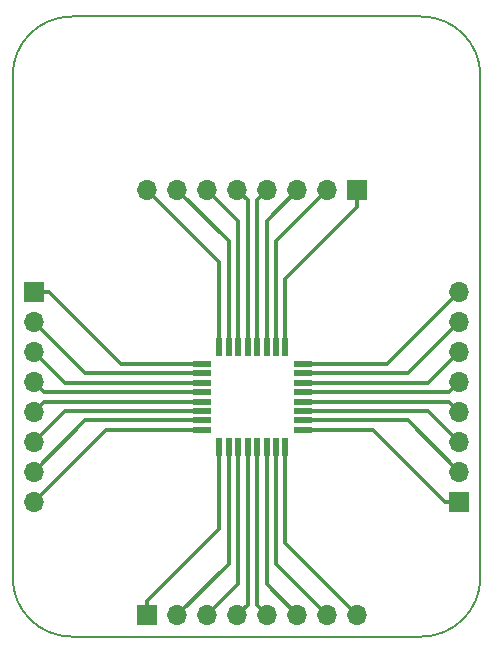
<source format=gbr>
G04 #@! TF.GenerationSoftware,KiCad,Pcbnew,5.1.4-e60b266~84~ubuntu19.04.1*
G04 #@! TF.CreationDate,2019-10-06T15:32:56+03:00*
G04 #@! TF.ProjectId,BRK-QFP-32-7x7-P0.8,42524b2d-5146-4502-9d33-322d3778372d,v1.0*
G04 #@! TF.SameCoordinates,Original*
G04 #@! TF.FileFunction,Copper,L1,Top*
G04 #@! TF.FilePolarity,Positive*
%FSLAX46Y46*%
G04 Gerber Fmt 4.6, Leading zero omitted, Abs format (unit mm)*
G04 Created by KiCad (PCBNEW 5.1.4-e60b266~84~ubuntu19.04.1) date 2019-10-06 15:32:56*
%MOMM*%
%LPD*%
G04 APERTURE LIST*
%ADD10C,0.150000*%
%ADD11R,0.550000X1.600000*%
%ADD12R,1.600000X0.550000*%
%ADD13O,1.700000X1.700000*%
%ADD14R,1.700000X1.700000*%
%ADD15C,0.300000*%
G04 APERTURE END LIST*
D10*
X73400000Y-30400000D02*
G75*
G02X78400000Y-35400000I0J-5000000D01*
G01*
X38800000Y-35400000D02*
G75*
G02X43800000Y-30400000I5000000J0D01*
G01*
X78400000Y-77900000D02*
G75*
G02X73400000Y-82900000I-5000000J0D01*
G01*
X43800000Y-82900000D02*
G75*
G02X38800000Y-77900000I0J5000000D01*
G01*
X73400000Y-82900000D02*
X43800000Y-82900000D01*
X78400000Y-35400000D02*
X78400000Y-77900000D01*
X43800000Y-30400000D02*
X73400000Y-30400000D01*
X38800000Y-77900000D02*
X38800000Y-35400000D01*
D11*
X56300000Y-58350000D03*
X57100000Y-58350000D03*
X57900000Y-58350000D03*
X58700000Y-58350000D03*
X59500000Y-58350000D03*
X60300000Y-58350000D03*
X61100000Y-58350000D03*
X61900000Y-58350000D03*
D12*
X63350000Y-59800000D03*
X63350000Y-60600000D03*
X63350000Y-61400000D03*
X63350000Y-62200000D03*
X63350000Y-63000000D03*
X63350000Y-63800000D03*
X63350000Y-64600000D03*
X63350000Y-65400000D03*
D11*
X61900000Y-66850000D03*
X61100000Y-66850000D03*
X60300000Y-66850000D03*
X59500000Y-66850000D03*
X58700000Y-66850000D03*
X57900000Y-66850000D03*
X57100000Y-66850000D03*
X56300000Y-66850000D03*
D12*
X54850000Y-65400000D03*
X54850000Y-64600000D03*
X54850000Y-63800000D03*
X54850000Y-63000000D03*
X54850000Y-62200000D03*
X54850000Y-61400000D03*
X54850000Y-60600000D03*
X54850000Y-59800000D03*
D13*
X50210000Y-45100000D03*
X52750000Y-45100000D03*
X55290000Y-45100000D03*
X57830000Y-45100000D03*
X60370000Y-45100000D03*
X62910000Y-45100000D03*
X65450000Y-45100000D03*
D14*
X67990000Y-45100000D03*
D13*
X76600000Y-53710000D03*
X76600000Y-56250000D03*
X76600000Y-58790000D03*
X76600000Y-61330000D03*
X76600000Y-63870000D03*
X76600000Y-66410000D03*
X76600000Y-68950000D03*
D14*
X76600000Y-71490000D03*
D13*
X67990000Y-81100000D03*
X65450000Y-81100000D03*
X62910000Y-81100000D03*
X60370000Y-81100000D03*
X57830000Y-81100000D03*
X55290000Y-81100000D03*
X52750000Y-81100000D03*
D14*
X50210000Y-81100000D03*
D13*
X40600000Y-71490000D03*
X40600000Y-68950000D03*
X40600000Y-66410000D03*
X40600000Y-63870000D03*
X40600000Y-61330000D03*
X40600000Y-58790000D03*
X40600000Y-56250000D03*
D14*
X40600000Y-53710000D03*
D15*
X41910000Y-53710000D02*
X40600000Y-53710000D01*
X54850000Y-59800000D02*
X48000000Y-59800000D01*
X48000000Y-59800000D02*
X41910000Y-53710000D01*
X44950000Y-60600000D02*
X40600000Y-56250000D01*
X54850000Y-60600000D02*
X44950000Y-60600000D01*
X43210000Y-61400000D02*
X40600000Y-58790000D01*
X54850000Y-61400000D02*
X43210000Y-61400000D01*
X50210000Y-79890000D02*
X50210000Y-81100000D01*
X56300000Y-66850000D02*
X56300000Y-73800000D01*
X56300000Y-73800000D02*
X50210000Y-79890000D01*
X57100000Y-76750000D02*
X52750000Y-81100000D01*
X57100000Y-66850000D02*
X57100000Y-76750000D01*
X57900000Y-78490000D02*
X55290000Y-81100000D01*
X57900000Y-66850000D02*
X57900000Y-78490000D01*
X46690000Y-65400000D02*
X40600000Y-71490000D01*
X54850000Y-65400000D02*
X46690000Y-65400000D01*
X44950000Y-64600000D02*
X40600000Y-68950000D01*
X54850000Y-64600000D02*
X44950000Y-64600000D01*
X43210000Y-63800000D02*
X40600000Y-66410000D01*
X54850000Y-63800000D02*
X43210000Y-63800000D01*
X41470000Y-63000000D02*
X40600000Y-63870000D01*
X54850000Y-63000000D02*
X41470000Y-63000000D01*
X41470000Y-62200000D02*
X40600000Y-61330000D01*
X54850000Y-62200000D02*
X41470000Y-62200000D01*
X61900000Y-75010000D02*
X67990000Y-81100000D01*
X61900000Y-66850000D02*
X61900000Y-75010000D01*
X61100000Y-76750000D02*
X65450000Y-81100000D01*
X61100000Y-66850000D02*
X61100000Y-76750000D01*
X60300000Y-78490000D02*
X62910000Y-81100000D01*
X60300000Y-66850000D02*
X60300000Y-78490000D01*
X59500000Y-80230000D02*
X60370000Y-81100000D01*
X59500000Y-66850000D02*
X59500000Y-80230000D01*
X58700000Y-80230000D02*
X57830000Y-81100000D01*
X58700000Y-66850000D02*
X58700000Y-80230000D01*
X70510000Y-59800000D02*
X76600000Y-53710000D01*
X63350000Y-59800000D02*
X70510000Y-59800000D01*
X72250000Y-60600000D02*
X76600000Y-56250000D01*
X63350000Y-60600000D02*
X72250000Y-60600000D01*
X73990000Y-61400000D02*
X76600000Y-58790000D01*
X63350000Y-61400000D02*
X73990000Y-61400000D01*
X75730000Y-62200000D02*
X76600000Y-61330000D01*
X63350000Y-62200000D02*
X75730000Y-62200000D01*
X75730000Y-63000000D02*
X76600000Y-63870000D01*
X63350000Y-63000000D02*
X75730000Y-63000000D01*
X73990000Y-63800000D02*
X76600000Y-66410000D01*
X63350000Y-63800000D02*
X73990000Y-63800000D01*
X72250000Y-64600000D02*
X76600000Y-68950000D01*
X63350000Y-64600000D02*
X72250000Y-64600000D01*
X75390000Y-71490000D02*
X76600000Y-71490000D01*
X63350000Y-65400000D02*
X69300000Y-65400000D01*
X69300000Y-65400000D02*
X75390000Y-71490000D01*
X56300000Y-51190000D02*
X50210000Y-45100000D01*
X56300000Y-58350000D02*
X56300000Y-51190000D01*
X57100000Y-49450000D02*
X52750000Y-45100000D01*
X57100000Y-58350000D02*
X57100000Y-49450000D01*
X57900000Y-47710000D02*
X55290000Y-45100000D01*
X57900000Y-58350000D02*
X57900000Y-47710000D01*
X58700000Y-45970000D02*
X57830000Y-45100000D01*
X58700000Y-58350000D02*
X58700000Y-45970000D01*
X59500000Y-45970000D02*
X60370000Y-45100000D01*
X59500000Y-58350000D02*
X59500000Y-45970000D01*
X60300000Y-47710000D02*
X62910000Y-45100000D01*
X60300000Y-58350000D02*
X60300000Y-47710000D01*
X61100000Y-49450000D02*
X65450000Y-45100000D01*
X61100000Y-58350000D02*
X61100000Y-49450000D01*
X67990000Y-46510000D02*
X67990000Y-45100000D01*
X61900000Y-58350000D02*
X61900000Y-52600000D01*
X61900000Y-52600000D02*
X67990000Y-46510000D01*
M02*

</source>
